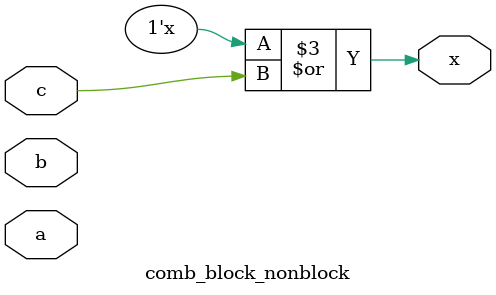
<source format=v>
`timescale 1ns / 1ps


module comb_block_nonblock(
    input a,b,c,
    output reg x
    );
    
    always@(a,b,c) begin
//        x = a;
//        x = x ^ b;
//        x = x | c;
//        // x=a^b|c
          x<=a;
          x<=x^b;
          x<=x|c;
    end
    
endmodule

</source>
